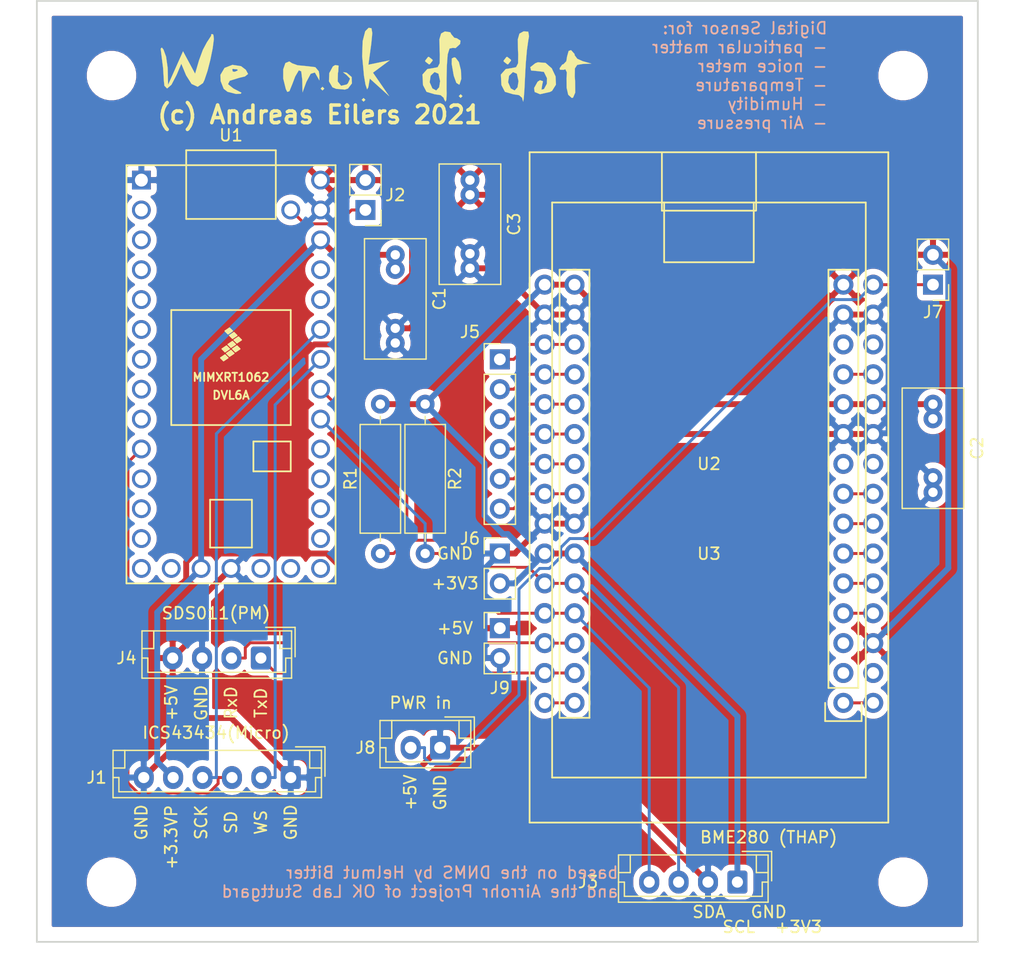
<source format=kicad_pcb>
(kicad_pcb (version 20171130) (host pcbnew "(5.1.8)-1")
  (layers (0 F.Cu signal) (31 B.Cu signal) (34 B.Paste user) (35 F.Paste user) (36 B.SilkS user) (37 F.SilkS user) (38 B.Mask user) (39 F.Mask user) (44 Edge.Cuts user))
  (net 0 "")
  (net 1 +3.3VP)
  (net 2 GND)
  (net 3 +3V3)
  (net 4 +5V)
  (net 5 WS)
  (net 6 SD)
  (net 7 SCK)
  (net 8 "Net-(J2-Pad1)")
  (net 9 SCL)
  (net 10 SDA)
  (net 11 RxD)
  (net 12 TxD)
  (net 13 "Net-(J5-Pad1)")
  (net 14 "Net-(J5-Pad2)")
  (net 15 "Net-(J5-Pad3)")
  (net 16 "Net-(J5-Pad4)")
  (net 17 "Net-(J5-Pad5)")
  (net 18 "Net-(J5-Pad6)")
  (net 19 "Net-(J7-Pad1)")
  (net 20 "Net-(U2-Pad1)")
  (net 21 "Net-(U2-Pad4)")
  (net 22 "Net-(U2-Pad5)")
  (net 23 "Net-(U2-Pad6)")
  (net 24 "Net-(U2-Pad7)")
  (net 25 "Net-(U2-Pad8)")
  (net 26 "Net-(U2-Pad12)")
  (net 27 "Net-(U2-Pad30)")
  (module Logo:wemokdidat (layer F.Cu) (at 147.32 27.94)
    (fp_text reference G*** hide)
    (fp_text value LOGO hide)
  )
  (module Mounting_Holes:MountingHole_3.2mm_M3 (layer F.Cu) (at 191.77 97.79)
    (fp_text reference REF4 hide)
    (fp_text value MountingHole_3.2mm_M3)
    (pad 1 np_thru_hole circle (at 0 0) (size 3.2 3.2) (drill 3.2) (layers *.Cu *.Mask))
  )
  (module Mounting_Holes:MountingHole_3.2mm_M3 (layer F.Cu) (at 124.46 97.79)
    (fp_text reference REF3 hide)
    (fp_text value MountingHole_3.2mm_M3)
    (pad 1 np_thru_hole circle (at 0 0) (size 3.2 3.2) (drill 3.2) (layers *.Cu *.Mask))
  )
  (module Mounting_Holes:MountingHole_3.2mm_M3 (layer F.Cu) (at 191.77 29.21)
    (fp_text reference REF2 hide)
    (fp_text value MountingHole_3.2mm_M3)
    (pad 1 np_thru_hole circle (at 0 0) (size 3.2 3.2) (drill 3.2) (layers *.Cu *.Mask))
  )
  (module Mounting_Holes:MountingHole_3.2mm_M3 (layer F.Cu) (at 124.46 29.21)
    (fp_text reference REF1 hide)
    (fp_text value MountingHole_3.2mm_M3)
    (pad 1 np_thru_hole circle (at 0 0) (size 3.2 3.2) (drill 3.2) (layers *.Cu *.Mask))
  )
  (module Connector_JST_ZH:JST_EH_B2B-EH-A_1x02_P2.50mm_Vertical (layer F.Cu) (at 152.4 86.36 180)
    (fp_text reference J8 (at 6.35 0) (layer F.SilkS))
    (fp_text value "Power 5V")
    (pad 2 thru_hole oval (at 2.5 0 180) (size 1.7 2) (drill 1) (layers *.Cu *.Mask) (net 19 "Net-(J7-Pad1)"))
    (pad 1 thru_hole roundrect (at 0 0 180) (size 1.7 2) (drill 1) (layers *.Cu *.Mask) (roundrect_rratio 0.147059) (net 2 GND))
  )
  (module PinHeader2.54:PinHeader_1x02_P2.54mm_Vertical (layer F.Cu) (at 157.48 76.2)
    (fp_text reference J9 (at 0 5.08) (layer F.SilkS))
    (fp_text value GPIO)
    (pad 2 thru_hole oval (at 0 2.54) (size 1.7 1.7) (drill 1) (layers *.Cu *.Mask) (net 2 GND))
    (pad 1 thru_hole rect (at 0 0) (size 1.7 1.7) (drill 1) (layers *.Cu *.Mask) (net 4 +5V))
  )
  (module Capacitor:C_Rect_L10.0mm_W5.0mm_P5.00mm_P7.50mm (layer F.Cu) (at 148.59 44.45 270)
    (fp_text reference C1 (at 3.75 -3.75 90) (layer F.SilkS))
    (fp_text value 100nF)
    (pad 1 thru_hole circle (at 1.25 0 270) (size 1.6 1.6) (drill 0.8) (layers *.Cu *.Mask) (net 1 +3.3VP))
    (pad 2 thru_hole circle (at 6.25 0 270) (size 1.6 1.6) (drill 0.8) (layers *.Cu *.Mask) (net 2 GND))
    (pad 1 thru_hole circle (at 0 0 270) (size 1.6 1.6) (drill 0.8) (layers *.Cu *.Mask) (net 1 +3.3VP))
    (pad 2 thru_hole circle (at 7.5 0 270) (size 1.6 1.6) (drill 0.8) (layers *.Cu *.Mask) (net 2 GND))
  )
  (module Capacitor:C_Rect_L10.0mm_W5.0mm_P5.00mm_P7.50mm (layer F.Cu) (at 194.31 57.15 270)
    (fp_text reference C2 (at 3.75 -3.75 90) (layer F.SilkS))
    (fp_text value 100nF)
    (pad 2 thru_hole circle (at 7.5 0 270) (size 1.6 1.6) (drill 0.8) (layers *.Cu *.Mask) (net 2 GND))
    (pad 1 thru_hole circle (at 0 0 270) (size 1.6 1.6) (drill 0.8) (layers *.Cu *.Mask) (net 3 +3V3))
    (pad 2 thru_hole circle (at 6.25 0 270) (size 1.6 1.6) (drill 0.8) (layers *.Cu *.Mask) (net 2 GND))
    (pad 1 thru_hole circle (at 1.25 0 270) (size 1.6 1.6) (drill 0.8) (layers *.Cu *.Mask) (net 3 +3V3))
  )
  (module Capacitor:C_Rect_L10.0mm_W5.0mm_P5.00mm_P7.50mm (layer F.Cu) (at 154.94 38.1 270)
    (fp_text reference C3 (at 3.75 -3.75 90) (layer F.SilkS))
    (fp_text value 100nF)
    (pad 1 thru_hole circle (at 1.25 0 270) (size 1.6 1.6) (drill 0.8) (layers *.Cu *.Mask) (net 4 +5V))
    (pad 2 thru_hole circle (at 6.25 0 270) (size 1.6 1.6) (drill 0.8) (layers *.Cu *.Mask) (net 2 GND))
    (pad 1 thru_hole circle (at 0 0 270) (size 1.6 1.6) (drill 0.8) (layers *.Cu *.Mask) (net 4 +5V))
    (pad 2 thru_hole circle (at 7.5 0 270) (size 1.6 1.6) (drill 0.8) (layers *.Cu *.Mask) (net 2 GND))
  )
  (module Connector_JST_ZH:JST_EH_B6B-EH-A_1x06_P2.50mm_Vertical (layer F.Cu) (at 139.7 88.9 180)
    (fp_text reference J1 (at 16.51 0) (layer F.SilkS))
    (fp_text value ICS43434)
    (pad 1 thru_hole roundrect (at 0 0 180) (size 1.7 1.95) (drill 0.95) (layers *.Cu *.Mask) (roundrect_rratio 0.147059) (net 2 GND))
    (pad 2 thru_hole oval (at 2.5 0 180) (size 1.7 1.95) (drill 0.95) (layers *.Cu *.Mask) (net 5 WS))
    (pad 3 thru_hole oval (at 5 0 180) (size 1.7 1.95) (drill 0.95) (layers *.Cu *.Mask) (net 6 SD))
    (pad 4 thru_hole oval (at 7.5 0 180) (size 1.7 1.95) (drill 0.95) (layers *.Cu *.Mask) (net 7 SCK))
    (pad 5 thru_hole oval (at 10 0 180) (size 1.7 1.95) (drill 0.95) (layers *.Cu *.Mask) (net 1 +3.3VP))
    (pad 6 thru_hole oval (at 12.5 0 180) (size 1.7 1.95) (drill 0.95) (layers *.Cu *.Mask) (net 2 GND))
  )
  (module PinHeader2.54:PinHeader_1x02_P2.54mm_Vertical (layer F.Cu) (at 146.05 40.64 180)
    (fp_text reference J2 (at -2.54 1.27) (layer F.SilkS))
    (fp_text value "USB PWR")
    (pad 1 thru_hole rect (at 0 0 180) (size 1.7 1.7) (drill 1) (layers *.Cu *.Mask) (net 8 "Net-(J2-Pad1)"))
    (pad 2 thru_hole oval (at 0 2.54 180) (size 1.7 1.7) (drill 1) (layers *.Cu *.Mask) (net 4 +5V))
  )
  (module Connector_JST_ZH:JST_EH_B4B-EH-A_1x04_P2.50mm_Vertical (layer F.Cu) (at 177.68 97.79 180)
    (fp_text reference J3 (at 12.7 0) (layer F.SilkS))
    (fp_text value BME280)
    (pad 1 thru_hole roundrect (at 0 0 180) (size 1.7 1.95) (drill 0.95) (layers *.Cu *.Mask) (roundrect_rratio 0.147059) (net 3 +3V3))
    (pad 2 thru_hole oval (at 2.5 0 180) (size 1.7 1.95) (drill 0.95) (layers *.Cu *.Mask) (net 2 GND))
    (pad 3 thru_hole oval (at 5 0 180) (size 1.7 1.95) (drill 0.95) (layers *.Cu *.Mask) (net 9 SCL))
    (pad 4 thru_hole oval (at 7.5 0 180) (size 1.7 1.95) (drill 0.95) (layers *.Cu *.Mask) (net 10 SDA))
  )
  (module Connector_JST_ZH:JST_EH_B4B-EH-A_1x04_P2.50mm_Vertical (layer F.Cu) (at 137.16 78.74 180)
    (fp_text reference J4 (at 11.43 0) (layer F.SilkS))
    (fp_text value SDS011)
    (pad 4 thru_hole oval (at 7.5 0 180) (size 1.7 1.95) (drill 0.95) (layers *.Cu *.Mask) (net 4 +5V))
    (pad 3 thru_hole oval (at 5 0 180) (size 1.7 1.95) (drill 0.95) (layers *.Cu *.Mask) (net 2 GND))
    (pad 2 thru_hole oval (at 2.5 0 180) (size 1.7 1.95) (drill 0.95) (layers *.Cu *.Mask) (net 11 RxD))
    (pad 1 thru_hole roundrect (at 0 0 180) (size 1.7 1.95) (drill 0.95) (layers *.Cu *.Mask) (roundrect_rratio 0.147059) (net 12 TxD))
  )
  (module PinHeader2.54:PinHeader_1x06_P2.54mm_Vertical (layer F.Cu) (at 157.48 53.34)
    (fp_text reference J5 (at -2.54 -2.33) (layer F.SilkS))
    (fp_text value Conn_01x06_Male)
    (pad 1 thru_hole rect (at 0 0) (size 1.7 1.7) (drill 1) (layers *.Cu *.Mask) (net 13 "Net-(J5-Pad1)"))
    (pad 2 thru_hole oval (at 0 2.54) (size 1.7 1.7) (drill 1) (layers *.Cu *.Mask) (net 14 "Net-(J5-Pad2)"))
    (pad 3 thru_hole oval (at 0 5.08) (size 1.7 1.7) (drill 1) (layers *.Cu *.Mask) (net 15 "Net-(J5-Pad3)"))
    (pad 4 thru_hole oval (at 0 7.62) (size 1.7 1.7) (drill 1) (layers *.Cu *.Mask) (net 16 "Net-(J5-Pad4)"))
    (pad 5 thru_hole oval (at 0 10.16) (size 1.7 1.7) (drill 1) (layers *.Cu *.Mask) (net 17 "Net-(J5-Pad5)"))
    (pad 6 thru_hole oval (at 0 12.7) (size 1.7 1.7) (drill 1) (layers *.Cu *.Mask) (net 18 "Net-(J5-Pad6)"))
  )
  (module PinHeader2.54:PinHeader_1x02_P2.54mm_Vertical (layer F.Cu) (at 157.48 69.85)
    (fp_text reference J6 (at -2.54 -1.27) (layer F.SilkS))
    (fp_text value PWR3.3V)
    (pad 2 thru_hole oval (at 0 2.54) (size 1.7 1.7) (drill 1) (layers *.Cu *.Mask) (net 3 +3V3))
    (pad 1 thru_hole rect (at 0 0) (size 1.7 1.7) (drill 1) (layers *.Cu *.Mask) (net 2 GND))
  )
  (module PinHeader2.54:PinHeader_1x02_P2.54mm_Vertical (layer F.Cu) (at 194.31 46.99 180)
    (fp_text reference J7 (at 0 -2.33) (layer F.SilkS))
    (fp_text value "USB PWR")
    (pad 1 thru_hole rect (at 0 0 180) (size 1.7 1.7) (drill 1) (layers *.Cu *.Mask) (net 19 "Net-(J7-Pad1)"))
    (pad 2 thru_hole oval (at 0 2.54 180) (size 1.7 1.7) (drill 1) (layers *.Cu *.Mask) (net 4 +5V))
  )
  (module Resistor_THT:R_Axial_DIN0309_L9.0mm_D3.2mm_P12.70mm_Horizontal (layer F.Cu) (at 147.32 57.15 270)
    (fp_text reference R1 (at 6.35 2.54 90) (layer F.SilkS))
    (fp_text value 4k7)
    (pad 1 thru_hole circle (at 0 0 270) (size 1.6 1.6) (drill 0.8) (layers *.Cu *.Mask) (net 3 +3V3))
    (pad 2 thru_hole oval (at 12.7 0 270) (size 1.6 1.6) (drill 0.8) (layers *.Cu *.Mask) (net 9 SCL))
  )
  (module Resistor_THT:R_Axial_DIN0309_L9.0mm_D3.2mm_P12.70mm_Horizontal (layer F.Cu) (at 151.13 57.15 270)
    (fp_text reference R2 (at 6.35 -2.54 90) (layer F.SilkS))
    (fp_text value 4k7)
    (pad 2 thru_hole oval (at 12.7 0 270) (size 1.6 1.6) (drill 0.8) (layers *.Cu *.Mask) (net 10 SDA))
    (pad 1 thru_hole circle (at 0 0 270) (size 1.6 1.6) (drill 0.8) (layers *.Cu *.Mask) (net 3 +3V3))
  )
  (module Teensy:Teensy40 (layer F.Cu) (at 134.62 54.61 270)
    (fp_text reference U1 (at -20.32 0 180) (layer F.SilkS))
    (fp_text value Teensy4.0)
    (fp_text user MIMXRT1062 (at 0.254 0) (layer F.SilkS) (effects (font (size 0.7 0.7))))
    (fp_text user DVL6A (at 1.778 0) (layer F.SilkS) (effects (font (size 0.7 0.7))))
    (pad 17 thru_hole circle (at 16.51 0 270) (size 1.6 1.6) (drill 1.1) (layers *.Cu *.Mask) (net 2 GND))
    (pad 18 thru_hole circle (at 16.51 -2.54 270) (size 1.6 1.6) (drill 1.1) (layers *.Cu *.Mask))
    (pad 19 thru_hole circle (at 16.51 -5.08 270) (size 1.6 1.6) (drill 1.1) (layers *.Cu *.Mask))
    (pad 20 thru_hole circle (at 16.51 -7.62 270) (size 1.6 1.6) (drill 1.1) (layers *.Cu *.Mask))
    (pad 16 thru_hole circle (at 16.51 2.54 270) (size 1.6 1.6) (drill 1.1) (layers *.Cu *.Mask) (net 1 +3.3VP))
    (pad 15 thru_hole circle (at 16.51 5.08 270) (size 1.6 1.6) (drill 1.1) (layers *.Cu *.Mask))
    (pad 14 thru_hole circle (at 16.51 7.62 270) (size 1.6 1.6) (drill 1.1) (layers *.Cu *.Mask))
    (pad 21 thru_hole circle (at 13.97 -7.62 270) (size 1.6 1.6) (drill 1.1) (layers *.Cu *.Mask))
    (pad 22 thru_hole circle (at 11.43 -7.62 270) (size 1.6 1.6) (drill 1.1) (layers *.Cu *.Mask))
    (pad 23 thru_hole circle (at 8.89 -7.62 270) (size 1.6 1.6) (drill 1.1) (layers *.Cu *.Mask))
    (pad 24 thru_hole circle (at 6.35 -7.62 270) (size 1.6 1.6) (drill 1.1) (layers *.Cu *.Mask))
    (pad 25 thru_hole circle (at 3.81 -7.62 270) (size 1.6 1.6) (drill 1.1) (layers *.Cu *.Mask) (net 10 SDA))
    (pad 26 thru_hole circle (at 1.27 -7.62 270) (size 1.6 1.6) (drill 1.1) (layers *.Cu *.Mask) (net 9 SCL))
    (pad 27 thru_hole circle (at -1.27 -7.62 270) (size 1.6 1.6) (drill 1.1) (layers *.Cu *.Mask) (net 5 WS))
    (pad 28 thru_hole circle (at -3.81 -7.62 270) (size 1.6 1.6) (drill 1.1) (layers *.Cu *.Mask) (net 7 SCK))
    (pad 29 thru_hole circle (at -6.35 -7.62 270) (size 1.6 1.6) (drill 1.1) (layers *.Cu *.Mask))
    (pad 30 thru_hole circle (at -8.89 -7.62 270) (size 1.6 1.6) (drill 1.1) (layers *.Cu *.Mask))
    (pad 31 thru_hole circle (at -11.43 -7.62 270) (size 1.6 1.6) (drill 1.1) (layers *.Cu *.Mask) (net 1 +3.3VP))
    (pad 32 thru_hole circle (at -13.97 -7.62 270) (size 1.6 1.6) (drill 1.1) (layers *.Cu *.Mask) (net 2 GND))
    (pad 33 thru_hole circle (at -16.51 -7.62 270) (size 1.6 1.6) (drill 1.1) (layers *.Cu *.Mask) (net 4 +5V))
    (pad 34 thru_hole circle (at -13.97 -5.08 270) (size 1.6 1.6) (drill 1.1) (layers *.Cu *.Mask) (net 8 "Net-(J2-Pad1)"))
    (pad 13 thru_hole circle (at 13.97 7.62 270) (size 1.6 1.6) (drill 1.1) (layers *.Cu *.Mask))
    (pad 12 thru_hole circle (at 11.43 7.62 270) (size 1.6 1.6) (drill 1.1) (layers *.Cu *.Mask))
    (pad 11 thru_hole circle (at 8.89 7.62 270) (size 1.6 1.6) (drill 1.1) (layers *.Cu *.Mask))
    (pad 10 thru_hole circle (at 6.35 7.62 270) (size 1.6 1.6) (drill 1.1) (layers *.Cu *.Mask) (net 6 SD))
    (pad 9 thru_hole circle (at 3.81 7.62 270) (size 1.6 1.6) (drill 1.1) (layers *.Cu *.Mask))
    (pad 8 thru_hole circle (at 1.27 7.62 270) (size 1.6 1.6) (drill 1.1) (layers *.Cu *.Mask))
    (pad 7 thru_hole circle (at -1.27 7.62 270) (size 1.6 1.6) (drill 1.1) (layers *.Cu *.Mask))
    (pad 6 thru_hole circle (at -3.81 7.62 270) (size 1.6 1.6) (drill 1.1) (layers *.Cu *.Mask))
    (pad 5 thru_hole circle (at -6.35 7.62 270) (size 1.6 1.6) (drill 1.1) (layers *.Cu *.Mask))
    (pad 4 thru_hole circle (at -8.89 7.62 270) (size 1.6 1.6) (drill 1.1) (layers *.Cu *.Mask))
    (pad 3 thru_hole circle (at -11.43 7.62 270) (size 1.6 1.6) (drill 1.1) (layers *.Cu *.Mask))
    (pad 2 thru_hole circle (at -13.97 7.62 270) (size 1.6 1.6) (drill 1.1) (layers *.Cu *.Mask))
    (pad 1 thru_hole rect (at -16.51 7.62 270) (size 1.6 1.6) (drill 1.1) (layers *.Cu *.Mask) (net 2 GND))
  )
  (module ESP8266:NodeMCU_V3 (layer F.Cu) (at 175.26 62.23 180)
    (fp_text reference U2 (at 0 0) (layer F.SilkS))
    (fp_text value "NodeMCU V3")
    (pad 1 thru_hole circle (at -13.97 -20.32 180) (size 1.7 1.7) (drill 1) (layers *.Cu *.Mask) (net 20 "Net-(U2-Pad1)"))
    (pad 2 thru_hole circle (at -13.97 -17.78 180) (size 1.7 1.7) (drill 1) (layers *.Cu *.Mask))
    (pad 3 thru_hole circle (at -13.97 -15.24 180) (size 1.7 1.7) (drill 1) (layers *.Cu *.Mask) (net 4 +5V))
    (pad 4 thru_hole circle (at -13.97 -12.7 180) (size 1.7 1.7) (drill 1) (layers *.Cu *.Mask) (net 21 "Net-(U2-Pad4)"))
    (pad 5 thru_hole circle (at -13.97 -10.16 180) (size 1.7 1.7) (drill 1) (layers *.Cu *.Mask) (net 22 "Net-(U2-Pad5)"))
    (pad 6 thru_hole circle (at -13.97 -7.62 180) (size 1.7 1.7) (drill 1) (layers *.Cu *.Mask) (net 23 "Net-(U2-Pad6)"))
    (pad 7 thru_hole circle (at -13.97 -5.08 180) (size 1.7 1.7) (drill 1) (layers *.Cu *.Mask) (net 24 "Net-(U2-Pad7)"))
    (pad 8 thru_hole circle (at -13.97 -2.54 180) (size 1.7 1.7) (drill 1) (layers *.Cu *.Mask) (net 25 "Net-(U2-Pad8)"))
    (pad 9 thru_hole circle (at -13.97 0 180) (size 1.7 1.7) (drill 1) (layers *.Cu *.Mask))
    (pad 10 thru_hole circle (at -13.97 2.54 180) (size 1.7 1.7) (drill 1) (layers *.Cu *.Mask) (net 2 GND))
    (pad 11 thru_hole circle (at -13.97 5.08 180) (size 1.7 1.7) (drill 1) (layers *.Cu *.Mask) (net 3 +3V3))
    (pad 12 thru_hole circle (at -13.97 7.62 180) (size 1.7 1.7) (drill 1) (layers *.Cu *.Mask) (net 26 "Net-(U2-Pad12)"))
    (pad 13 thru_hole circle (at -13.97 10.16 180) (size 1.7 1.7) (drill 1) (layers *.Cu *.Mask))
    (pad 14 thru_hole circle (at -13.97 12.7 180) (size 1.7 1.7) (drill 1) (layers *.Cu *.Mask) (net 2 GND))
    (pad 15 thru_hole circle (at -13.97 15.24 180) (size 1.7 1.7) (drill 1) (layers *.Cu *.Mask) (net 19 "Net-(J7-Pad1)"))
    (pad 16 thru_hole circle (at 13.97 15.24 180) (size 1.7 1.7) (drill 1) (layers *.Cu *.Mask) (net 3 +3V3))
    (pad 17 thru_hole circle (at 13.97 12.7 180) (size 1.7 1.7) (drill 1) (layers *.Cu *.Mask) (net 2 GND))
    (pad 18 thru_hole circle (at 13.97 10.16 180) (size 1.7 1.7) (drill 1) (layers *.Cu *.Mask) (net 13 "Net-(J5-Pad1)"))
    (pad 19 thru_hole circle (at 13.97 7.62 180) (size 1.7 1.7) (drill 1) (layers *.Cu *.Mask) (net 14 "Net-(J5-Pad2)"))
    (pad 20 thru_hole circle (at 13.97 5.08 180) (size 1.7 1.7) (drill 1) (layers *.Cu *.Mask) (net 15 "Net-(J5-Pad3)"))
    (pad 21 thru_hole circle (at 13.97 2.54 180) (size 1.7 1.7) (drill 1) (layers *.Cu *.Mask) (net 16 "Net-(J5-Pad4)"))
    (pad 22 thru_hole circle (at 13.97 0 180) (size 1.7 1.7) (drill 1) (layers *.Cu *.Mask) (net 17 "Net-(J5-Pad5)"))
    (pad 23 thru_hole circle (at 13.97 -2.54 180) (size 1.7 1.7) (drill 1) (layers *.Cu *.Mask) (net 18 "Net-(J5-Pad6)"))
    (pad 24 thru_hole circle (at 13.97 -5.08 180) (size 1.7 1.7) (drill 1) (layers *.Cu *.Mask) (net 2 GND))
    (pad 25 thru_hole circle (at 13.97 -7.62 180) (size 1.7 1.7) (drill 1) (layers *.Cu *.Mask) (net 3 +3V3))
    (pad 26 thru_hole circle (at 13.97 -10.16 180) (size 1.7 1.7) (drill 1) (layers *.Cu *.Mask) (net 9 SCL))
    (pad 27 thru_hole circle (at 13.97 -12.7 180) (size 1.74 1.74) (drill 1) (layers *.Cu *.Mask) (net 10 SDA))
    (pad 28 thru_hole circle (at 13.97 -15.24 180) (size 1.7 1.7) (drill 1) (layers *.Cu *.Mask) (net 11 RxD))
    (pad 29 thru_hole circle (at 13.97 -17.78 180) (size 1.7 1.7) (drill 1) (layers *.Cu *.Mask) (net 12 TxD))
    (pad 30 thru_hole circle (at 13.97 -20.32 180) (size 1.7 1.7) (drill 1) (layers *.Cu *.Mask) (net 27 "Net-(U2-Pad30)"))
  )
  (module nodemcu:NodeMCU_V2 (layer F.Cu) (at 186.69 82.55 180)
    (fp_text reference U3 (at 11.43 12.68) (layer F.SilkS))
    (fp_text value NodeMCU_V2)
    (pad 1 thru_hole circle (at 0 0 180) (size 1.7 1.7) (drill 1) (layers *.Cu *.Mask) (net 20 "Net-(U2-Pad1)"))
    (pad 2 thru_hole circle (at 0 2.54 180) (size 1.7 1.7) (drill 1) (layers *.Cu *.Mask))
    (pad 3 thru_hole circle (at 0 5.08 180) (size 1.7 1.7) (drill 1) (layers *.Cu *.Mask))
    (pad 4 thru_hole circle (at 0 7.62 180) (size 1.7 1.7) (drill 1) (layers *.Cu *.Mask) (net 21 "Net-(U2-Pad4)"))
    (pad 5 thru_hole circle (at 0 10.16 180) (size 1.7 1.7) (drill 1) (layers *.Cu *.Mask) (net 22 "Net-(U2-Pad5)"))
    (pad 6 thru_hole circle (at 0 12.7 180) (size 1.7 1.7) (drill 1) (layers *.Cu *.Mask) (net 23 "Net-(U2-Pad6)"))
    (pad 7 thru_hole circle (at 0 15.24 180) (size 1.7 1.7) (drill 1) (layers *.Cu *.Mask) (net 24 "Net-(U2-Pad7)"))
    (pad 8 thru_hole circle (at 0 17.78 180) (size 1.7 1.7) (drill 1) (layers *.Cu *.Mask) (net 25 "Net-(U2-Pad8)"))
    (pad 9 thru_hole circle (at 0 20.32 180) (size 1.7 1.7) (drill 1) (layers *.Cu *.Mask))
    (pad 10 thru_hole circle (at 0 22.86 180) (size 1.7 1.7) (drill 1) (layers *.Cu *.Mask) (net 2 GND))
    (pad 11 thru_hole circle (at 0 25.4 180) (size 1.7 1.7) (drill 1) (layers *.Cu *.Mask) (net 3 +3V3))
    (pad 12 thru_hole circle (at 0 27.94 180) (size 1.7 1.7) (drill 1) (layers *.Cu *.Mask) (net 26 "Net-(U2-Pad12)"))
    (pad 13 thru_hole circle (at 0 30.48 180) (size 1.7 1.7) (drill 1) (layers *.Cu *.Mask))
    (pad 14 thru_hole circle (at 0 33.02 180) (size 1.7 1.7) (drill 1) (layers *.Cu *.Mask) (net 2 GND))
    (pad 15 thru_hole circle (at 0 35.56 180) (size 1.7 1.7) (drill 1) (layers *.Cu *.Mask) (net 4 +5V))
    (pad 30 thru_hole circle (at 22.86 0 180) (size 1.7 1.7) (drill 1) (layers *.Cu *.Mask) (net 27 "Net-(U2-Pad30)"))
    (pad 18 thru_hole circle (at 22.86 30.48 180) (size 1.7 1.7) (drill 1) (layers *.Cu *.Mask) (net 13 "Net-(J5-Pad1)"))
    (pad 17 thru_hole circle (at 22.86 33.02 180) (size 1.7 1.7) (drill 1) (layers *.Cu *.Mask) (net 2 GND))
    (pad 19 thru_hole circle (at 22.86 27.94 180) (size 1.7 1.7) (drill 1) (layers *.Cu *.Mask) (net 14 "Net-(J5-Pad2)"))
    (pad 25 thru_hole circle (at 22.86 12.7 180) (size 1.7 1.7) (drill 1) (layers *.Cu *.Mask) (net 3 +3V3))
    (pad 26 thru_hole circle (at 22.86 10.16 180) (size 1.7 1.7) (drill 1) (layers *.Cu *.Mask) (net 9 SCL))
    (pad 24 thru_hole circle (at 22.86 15.24 180) (size 1.7 1.7) (drill 1) (layers *.Cu *.Mask) (net 2 GND))
    (pad 16 thru_hole circle (at 22.86 35.56 180) (size 1.7 1.7) (drill 1) (layers *.Cu *.Mask) (net 3 +3V3))
    (pad 22 thru_hole circle (at 22.86 20.32 180) (size 1.7 1.7) (drill 1) (layers *.Cu *.Mask) (net 17 "Net-(J5-Pad5)"))
    (pad 23 thru_hole circle (at 22.86 17.78 180) (size 1.7 1.7) (drill 1) (layers *.Cu *.Mask) (net 18 "Net-(J5-Pad6)"))
    (pad 21 thru_hole circle (at 22.86 22.86 180) (size 1.7 1.7) (drill 1) (layers *.Cu *.Mask) (net 16 "Net-(J5-Pad4)"))
    (pad 20 thru_hole circle (at 22.86 25.4 180) (size 1.7 1.7) (drill 1) (layers *.Cu *.Mask) (net 15 "Net-(J5-Pad3)"))
    (pad 28 thru_hole circle (at 22.86 5.08 180) (size 1.7 1.7) (drill 1) (layers *.Cu *.Mask) (net 11 RxD))
    (pad 27 thru_hole circle (at 22.86 7.62 180) (size 1.7 1.7) (drill 1) (layers *.Cu *.Mask) (net 10 SDA))
    (pad 29 thru_hole circle (at 22.86 2.54 180) (size 1.7 1.7) (drill 1) (layers *.Cu *.Mask) (net 12 TxD))
  )
  (gr_text "(c) Andreas Eilers 2021" (at 142.160834 32.538085) (layer F.SilkS) (effects (font (size 1.5 1.5) (thickness 0.3))))
  (gr_text "based on the DNMS by Helmut Bitter\nand the Airrohr Project of OK Lab Stuttgard" (at 167.64 97.79) (layer B.SilkS) (effects (font (size 1 1)) (justify left mirror)))
  (gr_text "Digital Sensor for:\n- particular matter\n- noice meter\n- Temparature\n- Humidity\n- Air pressure" (at 185.42 29.21) (layer B.SilkS) (effects (font (size 1 1)) (justify left mirror)))
  (gr_text +3V3 (at 153.67 72.39) (layer F.SilkS) (effects (font (size 1 1))))
  (gr_text GND (at 153.67 69.85) (layer F.SilkS) (effects (font (size 1 1))))
  (gr_text GND (at 153.67 78.74) (layer F.SilkS) (effects (font (size 1 1))))
  (gr_text +5V (at 153.67 76.2) (layer F.SilkS) (effects (font (size 1 1))))
  (gr_text "BME280 (THAP)" (at 180.34 93.98) (layer F.SilkS) (effects (font (size 1 1))))
  (gr_text +3V3 (at 182.88 101.6) (layer F.SilkS) (effects (font (size 1 1))))
  (gr_text GND (at 180.34 100.33) (layer F.SilkS) (effects (font (size 1 1))))
  (gr_text SCL (at 177.8 101.6) (layer F.SilkS) (effects (font (size 1 1))))
  (gr_text SDA (at 175.26 100.33) (layer F.SilkS) (effects (font (size 1 1))))
  (gr_text +5V (at 149.86 90.17 90) (layer F.SilkS) (effects (font (size 1 1))))
  (gr_text GND (at 152.4 90.17 90) (layer F.SilkS) (effects (font (size 1 1))))
  (gr_text GND (at 139.7 92.71 90) (layer F.SilkS) (effects (font (size 1 1))))
  (gr_text WS (at 137.16 92.71 90) (layer F.SilkS) (effects (font (size 1 1))))
  (gr_text SD (at 134.62 92.71 90) (layer F.SilkS) (effects (font (size 1 1))))
  (gr_text SCK (at 132.08 92.71 90) (layer F.SilkS) (effects (font (size 1 1))))
  (gr_text +3.3VP (at 129.54 93.98 90) (layer F.SilkS) (effects (font (size 1 1))))
  (gr_text GND (at 127 92.71 90) (layer F.SilkS) (effects (font (size 1 1))))
  (gr_text TxD (at 137.16 82.55 90) (layer F.SilkS) (effects (font (size 1 1))))
  (gr_text RxD (at 134.62 82.55 90) (layer F.SilkS) (effects (font (size 1 1))))
  (gr_text GND (at 132.08 82.55 90) (layer F.SilkS) (effects (font (size 1 1))))
  (gr_text +5V (at 129.54 82.55 90) (layer F.SilkS) (effects (font (size 1 1))))
  (gr_text "PWR in " (at 151.13 82.55) (layer F.SilkS) (effects (font (size 1 1))))
  (gr_text "ICS43434(Micro)" (at 133.35 85.09) (layer F.SilkS) (effects (font (size 1 1))))
  (gr_text "SDS011(PM)" (at 133.35 74.93) (layer F.SilkS) (effects (font (size 1 1))))
  (gr_line (start 118.11 22.86) (end 118.11 102.87) (layer Edge.Cuts) (width 0.15))
  (gr_line (start 198.12 22.86) (end 118.11 22.86) (layer Edge.Cuts) (width 0.15))
  (gr_line (start 198.12 102.87) (end 198.12 22.86) (layer Edge.Cuts) (width 0.15))
  (gr_line (start 118.11 102.87) (end 198.12 102.87) (layer Edge.Cuts) (width 0.15))
  (segment (start 142.24 43.18) (end 132.08 53.34) (width 0.5) (layer B.Cu) (net 1))
  (segment (start 132.08 53.34) (end 132.08 71.12) (width 0.5) (layer B.Cu) (net 1))
  (segment (start 148.59 44.45) (end 148.59 45.7) (width 0.5) (layer B.Cu) (net 1))
  (segment (start 129.7 88.9) (end 128.3463 87.5463) (width 0.5) (layer B.Cu) (net 1))
  (segment (start 128.3463 87.5463) (end 128.3463 74.8537) (width 0.5) (layer B.Cu) (net 1))
  (segment (start 128.3463 74.8537) (end 132.08 71.12) (width 0.5) (layer B.Cu) (net 1))
  (segment (start 142.24 43.18) (end 143.51 44.45) (width 0.5) (layer F.Cu) (net 1))
  (segment (start 143.51 44.45) (end 148.59 44.45) (width 0.5) (layer F.Cu) (net 1))
  (segment (start 171.45 59.69) (end 163.83 67.31) (width 0.5) (layer F.Cu) (net 2))
  (segment (start 186.69 59.69) (end 171.45 59.69) (width 0.5) (layer F.Cu) (net 2))
  (segment (start 171.45 59.69) (end 171.45 57.15) (width 0.5) (layer F.Cu) (net 2))
  (segment (start 171.45 57.15) (end 163.83 49.53) (width 0.5) (layer F.Cu) (net 2))
  (segment (start 132.26 83.84) (end 127.2 88.9) (width 0.5) (layer F.Cu) (net 2))
  (segment (start 132.16 80.1653) (end 132.26 80.2653) (width 0.5) (layer F.Cu) (net 2))
  (segment (start 132.26 80.2653) (end 132.26 83.84) (width 0.5) (layer F.Cu) (net 2))
  (segment (start 132.26 83.84) (end 134.64 83.84) (width 0.5) (layer F.Cu) (net 2))
  (segment (start 134.64 83.84) (end 139.7 88.9) (width 0.5) (layer F.Cu) (net 2))
  (segment (start 152.4 86.36) (end 149.86 88.9) (width 0.5) (layer F.Cu) (net 2))
  (segment (start 149.86 88.9) (end 139.7 88.9) (width 0.5) (layer F.Cu) (net 2))
  (segment (start 175.18 97.79) (end 163.75 86.36) (width 0.5) (layer F.Cu) (net 2))
  (segment (start 163.75 86.36) (end 152.4 86.36) (width 0.5) (layer F.Cu) (net 2))
  (segment (start 148.59 50.7) (end 148.59 51.95) (width 0.5) (layer F.Cu) (net 2))
  (segment (start 154.94 45.6) (end 149.84 50.7) (width 0.5) (layer F.Cu) (net 2))
  (segment (start 149.84 50.7) (end 148.59 50.7) (width 0.5) (layer F.Cu) (net 2))
  (segment (start 132.16 78.74) (end 132.16 80.1653) (width 0.5) (layer F.Cu) (net 2))
  (segment (start 157.48 69.85) (end 156.1797 71.1503) (width 0.5) (layer B.Cu) (net 2))
  (segment (start 156.1797 71.1503) (end 156.1797 78.74) (width 0.5) (layer B.Cu) (net 2))
  (segment (start 156.1797 78.74) (end 152.4 82.5197) (width 0.5) (layer B.Cu) (net 2))
  (segment (start 152.4 82.5197) (end 152.4 86.36) (width 0.5) (layer B.Cu) (net 2))
  (segment (start 157.48 78.74) (end 156.1797 78.74) (width 0.5) (layer B.Cu) (net 2))
  (segment (start 154.94 45.6) (end 157.36 45.6) (width 0.5) (layer F.Cu) (net 2))
  (segment (start 157.36 45.6) (end 161.29 49.53) (width 0.5) (layer F.Cu) (net 2))
  (segment (start 154.94 45.6) (end 154.94 44.35) (width 0.5) (layer B.Cu) (net 2))
  (segment (start 189.23 59.69) (end 186.69 59.69) (width 0.5) (layer F.Cu) (net 2))
  (segment (start 190.5351 59.6251) (end 194.31 63.4) (width 0.5) (layer B.Cu) (net 2))
  (segment (start 194.31 63.4) (end 194.31 64.65) (width 0.5) (layer B.Cu) (net 2))
  (segment (start 132.16 78.74) (end 132.16 77.3147) (width 0.5) (layer F.Cu) (net 2))
  (segment (start 134.62 71.12) (end 132.16 73.58) (width 0.5) (layer F.Cu) (net 2))
  (segment (start 132.16 73.58) (end 132.16 77.3147) (width 0.5) (layer F.Cu) (net 2))
  (segment (start 142.24 40.64) (end 145.425 43.825) (width 0.5) (layer B.Cu) (net 2))
  (segment (start 145.425 43.825) (end 145.425 47.535) (width 0.5) (layer B.Cu) (net 2))
  (segment (start 145.425 47.535) (end 148.59 50.7) (width 0.5) (layer B.Cu) (net 2))
  (segment (start 127 38.1) (end 139.7 38.1) (width 0.5) (layer F.Cu) (net 2))
  (segment (start 139.7 38.1) (end 142.24 40.64) (width 0.5) (layer F.Cu) (net 2))
  (segment (start 189.23 49.53) (end 190.5351 50.8351) (width 0.5) (layer B.Cu) (net 2))
  (segment (start 190.5351 50.8351) (end 190.5351 59.6251) (width 0.5) (layer B.Cu) (net 2))
  (segment (start 190.5351 59.6251) (end 189.2949 59.6251) (width 0.5) (layer B.Cu) (net 2))
  (segment (start 189.2949 59.6251) (end 189.23 59.69) (width 0.5) (layer B.Cu) (net 2))
  (segment (start 163.83 49.53) (end 161.29 49.53) (width 0.5) (layer F.Cu) (net 2))
  (segment (start 157.48 69.85) (end 158.7803 69.85) (width 0.5) (layer F.Cu) (net 2))
  (segment (start 161.29 67.31) (end 158.7803 69.8197) (width 0.5) (layer F.Cu) (net 2))
  (segment (start 158.7803 69.8197) (end 158.7803 69.85) (width 0.5) (layer F.Cu) (net 2))
  (segment (start 163.83 67.31) (end 161.29 67.31) (width 0.5) (layer F.Cu) (net 2))
  (segment (start 186.69 49.53) (end 189.23 49.53) (width 0.5) (layer F.Cu) (net 2))
  (segment (start 160.5535 70.5865) (end 158.7803 72.3597) (width 0.5) (layer B.Cu) (net 3))
  (segment (start 158.7803 72.3597) (end 158.7803 72.39) (width 0.5) (layer B.Cu) (net 3))
  (segment (start 161.29 69.85) (end 160.5535 70.5865) (width 0.5) (layer B.Cu) (net 3))
  (segment (start 160.5535 70.5865) (end 158.1596 68.1927) (width 0.5) (layer B.Cu) (net 3))
  (segment (start 158.1596 68.1927) (end 157.7484 68.1927) (width 0.5) (layer B.Cu) (net 3))
  (segment (start 157.7484 68.1927) (end 156.1796 66.6239) (width 0.5) (layer B.Cu) (net 3))
  (segment (start 156.1796 66.6239) (end 156.1796 62.1996) (width 0.5) (layer B.Cu) (net 3))
  (segment (start 156.1796 62.1996) (end 151.13 57.15) (width 0.5) (layer B.Cu) (net 3))
  (segment (start 161.29 46.99) (end 151.13 57.15) (width 0.5) (layer B.Cu) (net 3))
  (segment (start 194.31 57.15) (end 194.31 58.4) (width 0.5) (layer F.Cu) (net 3))
  (segment (start 189.23 57.15) (end 194.31 57.15) (width 0.5) (layer F.Cu) (net 3))
  (segment (start 177.68 97.79) (end 177.68 83.7) (width 0.5) (layer B.Cu) (net 3))
  (segment (start 177.68 83.7) (end 163.83 69.85) (width 0.5) (layer B.Cu) (net 3))
  (segment (start 163.83 46.99) (end 173.99 57.15) (width 0.5) (layer F.Cu) (net 3))
  (segment (start 173.99 57.15) (end 186.69 57.15) (width 0.5) (layer F.Cu) (net 3))
  (segment (start 161.29 46.99) (end 163.83 46.99) (width 0.5) (layer F.Cu) (net 3))
  (segment (start 151.13 57.15) (end 147.32 57.15) (width 0.5) (layer F.Cu) (net 3))
  (segment (start 186.69 57.15) (end 189.23 57.15) (width 0.5) (layer F.Cu) (net 3))
  (segment (start 157.48 72.39) (end 158.7803 72.39) (width 0.5) (layer B.Cu) (net 3))
  (segment (start 163.83 69.85) (end 161.29 69.85) (width 0.5) (layer F.Cu) (net 3))
  (segment (start 150.0152 40.7649) (end 153.5251 40.7649) (width 0.5) (layer F.Cu) (net 4))
  (segment (start 153.5251 40.7649) (end 154.94 39.35) (width 0.5) (layer F.Cu) (net 4))
  (segment (start 150.0152 40.7649) (end 150.0152 46.0947) (width 0.5) (layer F.Cu) (net 4))
  (segment (start 150.0152 46.0947) (end 144.0399 52.07) (width 0.5) (layer F.Cu) (net 4))
  (segment (start 144.0399 52.07) (end 141.7305 52.07) (width 0.5) (layer F.Cu) (net 4))
  (segment (start 141.7305 52.07) (end 140.9627 52.8378) (width 0.5) (layer F.Cu) (net 4))
  (segment (start 140.9627 52.8378) (end 140.9627 69.85) (width 0.5) (layer F.Cu) (net 4))
  (segment (start 147.3503 38.1) (end 150.0152 40.7649) (width 0.5) (layer F.Cu) (net 4))
  (segment (start 186.69 46.99) (end 179.05 39.35) (width 0.5) (layer F.Cu) (net 4))
  (segment (start 179.05 39.35) (end 154.94 39.35) (width 0.5) (layer F.Cu) (net 4))
  (segment (start 186.69 46.99) (end 189.23 44.45) (width 0.5) (layer F.Cu) (net 4))
  (segment (start 189.23 44.45) (end 194.31 44.45) (width 0.5) (layer F.Cu) (net 4))
  (segment (start 146.05 38.1) (end 147.3503 38.1) (width 0.5) (layer F.Cu) (net 4))
  (segment (start 140.9627 69.85) (end 142.7776 69.85) (width 0.5) (layer F.Cu) (net 4))
  (segment (start 142.7776 69.85) (end 149.1276 76.2) (width 0.5) (layer F.Cu) (net 4))
  (segment (start 149.1276 76.2) (end 157.48 76.2) (width 0.5) (layer F.Cu) (net 4))
  (segment (start 129.66 78.74) (end 130.81 77.59) (width 0.5) (layer F.Cu) (net 4))
  (segment (start 130.81 77.59) (end 130.81 70.5756) (width 0.5) (layer F.Cu) (net 4))
  (segment (start 130.81 70.5756) (end 131.5356 69.85) (width 0.5) (layer F.Cu) (net 4))
  (segment (start 131.5356 69.85) (end 140.9627 69.85) (width 0.5) (layer F.Cu) (net 4))
  (segment (start 194.31 44.45) (end 195.6137 45.7537) (width 0.5) (layer B.Cu) (net 4))
  (segment (start 195.6137 45.7537) (end 195.6137 71.0863) (width 0.5) (layer B.Cu) (net 4))
  (segment (start 195.6137 71.0863) (end 189.23 77.47) (width 0.5) (layer B.Cu) (net 4))
  (segment (start 154.94 38.1) (end 154.94 39.35) (width 0.5) (layer B.Cu) (net 4))
  (segment (start 142.24 38.1) (end 146.05 38.1) (width 0.5) (layer F.Cu) (net 4))
  (segment (start 138.3753 88.9) (end 138.3753 57.2047) (width 0.25) (layer B.Cu) (net 5))
  (segment (start 138.3753 57.2047) (end 142.24 53.34) (width 0.25) (layer B.Cu) (net 5))
  (segment (start 137.2 88.9) (end 138.3753 88.9) (width 0.25) (layer B.Cu) (net 5))
  (segment (start 134.7 88.9) (end 133.5247 88.9) (width 0.25) (layer F.Cu) (net 6))
  (segment (start 127 60.96) (end 125.8558 62.1042) (width 0.25) (layer F.Cu) (net 6))
  (segment (start 125.8558 62.1042) (end 125.8558 89.353) (width 0.25) (layer F.Cu) (net 6))
  (segment (start 125.8558 89.353) (end 126.7152 90.2124) (width 0.25) (layer F.Cu) (net 6))
  (segment (start 126.7152 90.2124) (end 132.7265 90.2124) (width 0.25) (layer F.Cu) (net 6))
  (segment (start 132.7265 90.2124) (end 133.5247 89.4142) (width 0.25) (layer F.Cu) (net 6))
  (segment (start 133.5247 89.4142) (end 133.5247 88.9) (width 0.25) (layer F.Cu) (net 6))
  (segment (start 132.2 88.9) (end 133.3753 88.9) (width 0.25) (layer B.Cu) (net 7))
  (segment (start 142.24 50.8) (end 133.3753 59.6647) (width 0.25) (layer B.Cu) (net 7))
  (segment (start 133.3753 59.6647) (end 133.3753 88.9) (width 0.25) (layer B.Cu) (net 7))
  (segment (start 146.05 40.64) (end 144.8747 40.64) (width 0.25) (layer F.Cu) (net 8))
  (segment (start 139.7 40.64) (end 140.8753 41.8153) (width 0.25) (layer F.Cu) (net 8))
  (segment (start 140.8753 41.8153) (end 143.6994 41.8153) (width 0.25) (layer F.Cu) (net 8))
  (segment (start 143.6994 41.8153) (end 144.8747 40.64) (width 0.25) (layer F.Cu) (net 8))
  (segment (start 149.5706 68.7247) (end 148.4453 69.85) (width 0.25) (layer F.Cu) (net 9))
  (segment (start 161.29 72.39) (end 159.9254 71.0254) (width 0.25) (layer F.Cu) (net 9))
  (segment (start 159.9254 71.0254) (end 154.453 71.0254) (width 0.25) (layer F.Cu) (net 9))
  (segment (start 154.453 71.0254) (end 152.1523 68.7247) (width 0.25) (layer F.Cu) (net 9))
  (segment (start 152.1523 68.7247) (end 149.5706 68.7247) (width 0.25) (layer F.Cu) (net 9))
  (segment (start 149.5706 68.7247) (end 149.5706 63.2106) (width 0.25) (layer F.Cu) (net 9))
  (segment (start 149.5706 63.2106) (end 142.24 55.88) (width 0.25) (layer F.Cu) (net 9))
  (segment (start 163.83 72.39) (end 172.68 81.24) (width 0.25) (layer B.Cu) (net 9))
  (segment (start 172.68 81.24) (end 172.68 97.79) (width 0.25) (layer B.Cu) (net 9))
  (segment (start 147.32 69.85) (end 148.4453 69.85) (width 0.25) (layer F.Cu) (net 9))
  (segment (start 163.83 72.39) (end 161.29 72.39) (width 0.25) (layer F.Cu) (net 9))
  (segment (start 151.13 69.85) (end 151.13 67.31) (width 0.25) (layer B.Cu) (net 10))
  (segment (start 151.13 67.31) (end 142.24 58.42) (width 0.25) (layer B.Cu) (net 10))
  (segment (start 163.83 74.93) (end 170.18 81.28) (width 0.25) (layer B.Cu) (net 10))
  (segment (start 170.18 81.28) (end 170.18 97.79) (width 0.25) (layer B.Cu) (net 10))
  (segment (start 151.13 69.85) (end 152.2553 69.85) (width 0.25) (layer F.Cu) (net 10))
  (segment (start 161.29 74.93) (end 157.3353 74.93) (width 0.25) (layer F.Cu) (net 10))
  (segment (start 157.3353 74.93) (end 152.2553 69.85) (width 0.25) (layer F.Cu) (net 10))
  (segment (start 163.83 74.93) (end 161.29 74.93) (width 0.25) (layer F.Cu) (net 10))
  (segment (start 134.66 78.74) (end 135.8353 78.74) (width 0.25) (layer F.Cu) (net 11))
  (segment (start 161.29 77.47) (end 161.2586 77.4386) (width 0.25) (layer F.Cu) (net 11))
  (segment (start 161.2586 77.4386) (end 136.2552 77.4386) (width 0.25) (layer F.Cu) (net 11))
  (segment (start 136.2552 77.4386) (end 135.8353 77.8585) (width 0.25) (layer F.Cu) (net 11))
  (segment (start 135.8353 77.8585) (end 135.8353 78.74) (width 0.25) (layer F.Cu) (net 11))
  (segment (start 163.83 77.47) (end 161.29 77.47) (width 0.25) (layer F.Cu) (net 11))
  (segment (start 161.29 80.01) (end 138.43 80.01) (width 0.25) (layer F.Cu) (net 12))
  (segment (start 138.43 80.01) (end 137.16 78.74) (width 0.25) (layer F.Cu) (net 12))
  (segment (start 163.83 80.01) (end 161.29 80.01) (width 0.25) (layer F.Cu) (net 12))
  (segment (start 157.48 53.34) (end 158.6553 53.34) (width 0.25) (layer F.Cu) (net 13))
  (segment (start 161.29 52.07) (end 159.9253 52.07) (width 0.25) (layer F.Cu) (net 13))
  (segment (start 159.9253 52.07) (end 158.6553 53.34) (width 0.25) (layer F.Cu) (net 13))
  (segment (start 163.83 52.07) (end 161.29 52.07) (width 0.25) (layer F.Cu) (net 13))
  (segment (start 157.48 55.88) (end 158.6553 55.88) (width 0.25) (layer F.Cu) (net 14))
  (segment (start 161.29 54.61) (end 159.9253 54.61) (width 0.25) (layer F.Cu) (net 14))
  (segment (start 159.9253 54.61) (end 158.6553 55.88) (width 0.25) (layer F.Cu) (net 14))
  (segment (start 163.83 54.61) (end 161.29 54.61) (width 0.25) (layer F.Cu) (net 14))
  (segment (start 157.48 58.42) (end 158.6553 58.42) (width 0.25) (layer F.Cu) (net 15))
  (segment (start 161.29 57.15) (end 159.9253 57.15) (width 0.25) (layer F.Cu) (net 15))
  (segment (start 159.9253 57.15) (end 158.6553 58.42) (width 0.25) (layer F.Cu) (net 15))
  (segment (start 163.83 57.15) (end 161.29 57.15) (width 0.25) (layer F.Cu) (net 15))
  (segment (start 157.48 60.96) (end 158.6553 60.96) (width 0.25) (layer F.Cu) (net 16))
  (segment (start 161.29 59.69) (end 159.9253 59.69) (width 0.25) (layer F.Cu) (net 16))
  (segment (start 159.9253 59.69) (end 158.6553 60.96) (width 0.25) (layer F.Cu) (net 16))
  (segment (start 163.83 59.69) (end 161.29 59.69) (width 0.25) (layer F.Cu) (net 16))
  (segment (start 157.48 63.5) (end 158.6553 63.5) (width 0.25) (layer F.Cu) (net 17))
  (segment (start 161.29 62.23) (end 159.9253 62.23) (width 0.25) (layer F.Cu) (net 17))
  (segment (start 159.9253 62.23) (end 158.6553 63.5) (width 0.25) (layer F.Cu) (net 17))
  (segment (start 163.83 62.23) (end 161.29 62.23) (width 0.25) (layer F.Cu) (net 17))
  (segment (start 157.48 66.04) (end 158.6553 66.04) (width 0.25) (layer F.Cu) (net 18))
  (segment (start 161.29 64.77) (end 159.9253 64.77) (width 0.25) (layer F.Cu) (net 18))
  (segment (start 159.9253 64.77) (end 158.6553 66.04) (width 0.25) (layer F.Cu) (net 18))
  (segment (start 163.83 64.77) (end 161.29 64.77) (width 0.25) (layer F.Cu) (net 18))
  (segment (start 149.9 86.36) (end 151.0753 86.36) (width 0.25) (layer B.Cu) (net 19))
  (segment (start 189.23 46.99) (end 187.96 48.26) (width 0.25) (layer B.Cu) (net 19))
  (segment (start 187.96 48.26) (end 185.719 48.26) (width 0.25) (layer B.Cu) (net 19))
  (segment (start 185.719 48.26) (end 165.399 68.58) (width 0.25) (layer B.Cu) (net 19))
  (segment (start 165.399 68.58) (end 163.4232 68.58) (width 0.25) (layer B.Cu) (net 19))
  (segment (start 163.4232 68.58) (end 162.6546 69.3486) (width 0.25) (layer B.Cu) (net 19))
  (segment (start 162.6546 69.3486) (end 162.6546 70.1497) (width 0.25) (layer B.Cu) (net 19))
  (segment (start 162.6546 70.1497) (end 161.6843 71.12) (width 0.25) (layer B.Cu) (net 19))
  (segment (start 161.6843 71.12) (end 160.864 71.12) (width 0.25) (layer B.Cu) (net 19))
  (segment (start 160.864 71.12) (end 159.1068 72.8772) (width 0.25) (layer B.Cu) (net 19))
  (segment (start 159.1068 72.8772) (end 159.1068 81.8814) (width 0.25) (layer B.Cu) (net 19))
  (segment (start 159.1068 81.8814) (end 153.2627 87.7255) (width 0.25) (layer B.Cu) (net 19))
  (segment (start 153.2627 87.7255) (end 151.5593 87.7255) (width 0.25) (layer B.Cu) (net 19))
  (segment (start 151.5593 87.7255) (end 151.0753 87.2415) (width 0.25) (layer B.Cu) (net 19))
  (segment (start 151.0753 87.2415) (end 151.0753 86.36) (width 0.25) (layer B.Cu) (net 19))
  (segment (start 189.23 46.99) (end 194.31 46.99) (width 0.25) (layer F.Cu) (net 19))
  (segment (start 186.69 82.55) (end 189.23 82.55) (width 0.25) (layer F.Cu) (net 20))
  (segment (start 186.69 74.93) (end 189.23 74.93) (width 0.25) (layer F.Cu) (net 21))
  (segment (start 186.69 72.39) (end 189.23 72.39) (width 0.25) (layer F.Cu) (net 22))
  (segment (start 186.69 69.85) (end 189.23 69.85) (width 0.25) (layer F.Cu) (net 23))
  (segment (start 186.69 67.31) (end 189.23 67.31) (width 0.25) (layer F.Cu) (net 24))
  (segment (start 186.69 64.77) (end 189.23 64.77) (width 0.25) (layer F.Cu) (net 25))
  (segment (start 186.69 54.61) (end 189.23 54.61) (width 0.25) (layer F.Cu) (net 26))
  (segment (start 163.83 82.55) (end 161.29 82.55) (width 0.25) (layer F.Cu) (net 27))
  (zone (net 4) (net_name +5V) (layer F.Cu) (connect_pads (clearance 0.508)) (min_thickness 0.254) (fill yes (arc_segments 32) (thermal_gap 0.508) (thermal_bridge_width 0.508))
    (polygon (pts (xy 196.85 101.6) (xy 119.38 101.6) (xy 119.38 24.13) (xy 196.85 24.13)))
  )
  (zone (net 2) (net_name GND) (layer B.Cu) (connect_pads (clearance 0.508)) (min_thickness 0.254) (fill yes (arc_segments 32) (thermal_gap 0.508) (thermal_bridge_width 0.508))
    (polygon (pts (xy 196.85 101.6) (xy 119.38 101.6) (xy 119.38 24.13) (xy 196.85 24.13)))
  )
)
</source>
